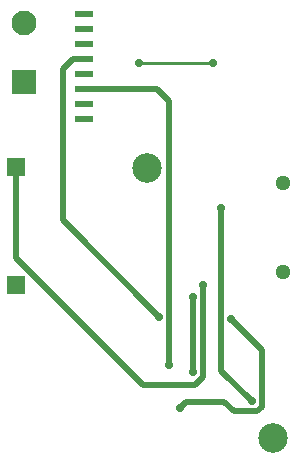
<source format=gbr>
%TF.GenerationSoftware,Altium Limited,Altium Designer,20.0.13 (296)*%
G04 Layer_Physical_Order=2*
G04 Layer_Color=16711680*
%FSLAX45Y45*%
%MOMM*%
%TF.FileFunction,Copper,L2,Bot,Signal*%
%TF.Part,Single*%
G01*
G75*
%TA.AperFunction,Conductor*%
%ADD26C,0.50000*%
%TA.AperFunction,ComponentPad*%
%ADD27C,2.10000*%
%ADD28R,2.10000X2.10000*%
%ADD29C,1.28000*%
%ADD30R,1.50000X1.50000*%
%ADD31R,1.60000X0.60000*%
%TA.AperFunction,ViaPad*%
%ADD32C,2.50000*%
%ADD33C,0.70000*%
%TA.AperFunction,Conductor*%
%ADD34C,0.25400*%
D26*
X9055100Y7724140D02*
Y9004300D01*
X9139000Y9088200D02*
X9227900D01*
X9055100Y7724140D02*
X9870440Y6908800D01*
X9055100Y9004300D02*
X9139000Y9088200D01*
X9227900D02*
X9232900Y9093200D01*
X9959340Y6503619D02*
Y8737600D01*
X9857740Y8839200D02*
X9959340Y8737600D01*
X9232900Y8839200D02*
X9857740D01*
X10047757Y6138697D02*
X10096500Y6187440D01*
X10424963D01*
X10505643Y6106759D01*
X10702971D01*
X10743011Y6146800D01*
Y6630589D01*
X10482580Y6891020D02*
X10743011Y6630589D01*
X10396220Y6451600D02*
Y7830820D01*
Y6451600D02*
X10655300Y6192520D01*
X8659998Y7405502D02*
Y8176900D01*
Y7405502D02*
X9733280Y6332220D01*
X10172700D01*
X10241280Y6400800D01*
Y7180097D01*
X10154920Y6438900D02*
Y7073351D01*
D27*
X8724900Y9394002D02*
D03*
D28*
Y8893998D02*
D03*
D29*
X10922000Y7289800D02*
D03*
Y8039100D02*
D03*
D30*
X8659998Y7175500D02*
D03*
Y8176900D02*
D03*
D31*
X9232900Y9220200D02*
D03*
Y9093200D02*
D03*
Y8966200D02*
D03*
Y8839200D02*
D03*
Y8712200D02*
D03*
Y8585200D02*
D03*
Y9347220D02*
D03*
Y9471660D02*
D03*
D32*
X10833100Y5880100D02*
D03*
X9766300Y8166100D02*
D03*
D33*
X9702800Y9055100D02*
D03*
X10325100D02*
D03*
X9959340Y6503619D02*
D03*
X10047757Y6138697D02*
D03*
X10482580Y6891020D02*
D03*
X10396220Y7830820D02*
D03*
X10655300Y6192520D02*
D03*
X10241280Y7180097D02*
D03*
X10154920Y7073351D02*
D03*
Y6438900D02*
D03*
X9870440Y6908800D02*
D03*
D34*
X9702800Y9055100D02*
X10325100D01*
%TF.MD5,e614d654f6b4093ef0bb0f078243fbe5*%
M02*

</source>
